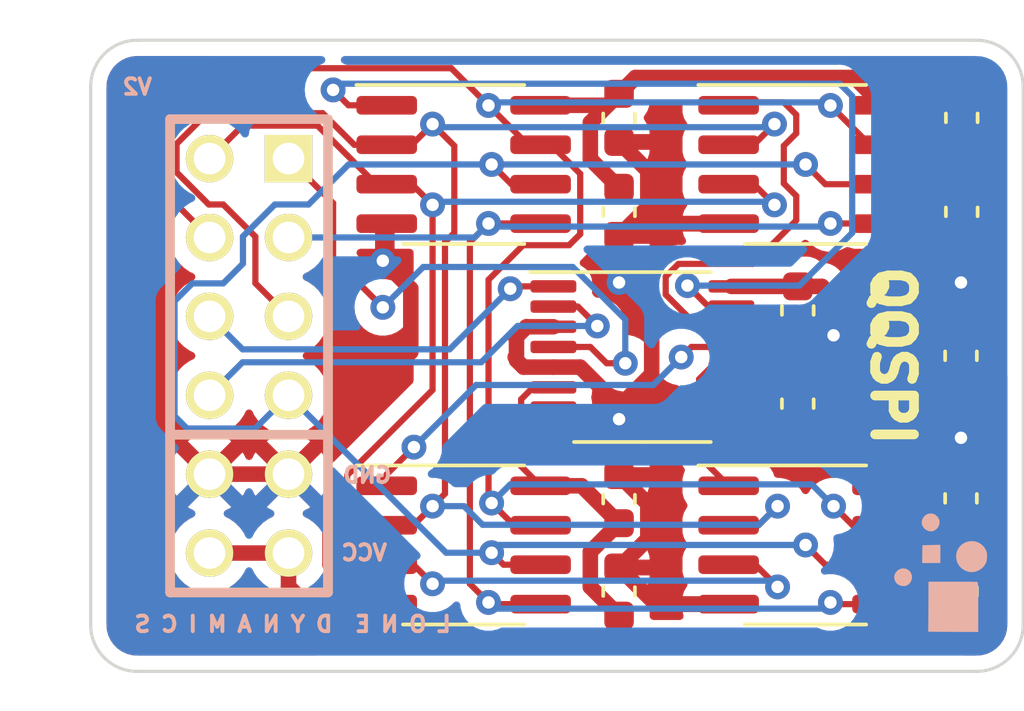
<source format=kicad_pcb>
(kicad_pcb (version 20211014) (generator pcbnew)
  (layers (0 "F.Cu" signal) (31 "B.Cu" signal) (34 "B.Paste" user) (35 "F.Paste" user) (36 "B.SilkS" user "B.Silkscreen") (37 "F.SilkS" user "F.Silkscreen") (38 "B.Mask" user) (39 "F.Mask" user) (44 "Edge.Cuts" user))
  (net 0 "")
  (net 1 "/PWR3V3")
  (net 2 "GND")
  (net 3 "/SPI_SS")
  (net 4 "/SPI_SIO2")
  (net 5 "/SPI_MOSI")
  (net 6 "/SPI_SIO3")
  (net 7 "/SPI_MISO")
  (net 8 "/SPI_PSRAM1")
  (net 9 "/SPI_SCLK")
  (net 10 "/SPI_PSRAM2")
  (net 11 "/CS0")
  (net 12 "/CS1")
  (net 13 "/SPI_PSRAM4")
  (net 14 "/SPI_PSRAM3")
  (footprint "Capacitor_SMD:C_0603_1608Metric" (layer "F.Cu") (at 128 110.16 90)
    (fp_text reference "C1" hide)
    (fp_text value "10uF" hide)
    (fp_line (start -0.14058 0.51) (end 0.14058 0.51) (layer "F.SilkS") (width 0.12))
    (fp_line (start -0.14058 -0.51) (end 0.14058 -0.51) (layer "F.SilkS") (width 0.12))
    (pad "1" smd roundrect (at -0.775 0 90) (size 0.9 0.95) (layers "F.Cu" "F.Paste" "F.Mask") (net 1 "/PWR3V3"))
    (pad "2" smd roundrect (at 0.775 0 90) (size 0.9 0.95) (layers "F.Cu" "F.Paste" "F.Mask") (net 2 "GND"))
  )
  (footprint "Capacitor_SMD:C_0603_1608Metric" (layer "F.Cu") (at 122.75 108.7 -90)
    (fp_text reference "C6" hide)
    (fp_text value "100nF" hide)
    (fp_line (start -0.14058 0.51) (end 0.14058 0.51) (layer "F.SilkS") (width 0.12))
    (fp_line (start -0.14058 -0.51) (end 0.14058 -0.51) (layer "F.SilkS") (width 0.12))
    (pad "1" smd roundrect (at -0.775 0 270) (size 0.9 0.95) (layers "F.Cu" "F.Paste" "F.Mask") (net 1 "/PWR3V3"))
    (pad "2" smd roundrect (at 0.775 0 270) (size 0.9 0.95) (layers "F.Cu" "F.Paste" "F.Mask") (net 2 "GND"))
  )
  (footprint "Package_SO:SOIC-8_3.9x4.9mm_P1.27mm" (layer "F.Cu") (at 123 104)
    (fp_text reference "U3" hide)
    (fp_text value "ESP-PSRAM32" hide)
    (fp_line (start 0 2.56) (end 1.95 2.56) (layer "F.SilkS") (width 0.12))
    (fp_line (start 0 -2.56) (end -3.45 -2.56) (layer "F.SilkS") (width 0.12))
    (fp_line (start 0 -2.56) (end 1.95 -2.56) (layer "F.SilkS") (width 0.12))
    (fp_line (start 0 2.56) (end -1.95 2.56) (layer "F.SilkS") (width 0.12))
    (pad "1" smd roundrect (at -2.475 -1.905) (size 1.95 0.6) (layers "F.Cu" "F.Paste" "F.Mask") (net 10 "/SPI_PSRAM2"))
    (pad "2" smd roundrect (at -2.475 -0.635) (size 1.95 0.6) (layers "F.Cu" "F.Paste" "F.Mask") (net 7 "/SPI_MISO"))
    (pad "3" smd roundrect (at -2.475 0.635) (size 1.95 0.6) (layers "F.Cu" "F.Paste" "F.Mask") (net 4 "/SPI_SIO2"))
    (pad "4" smd roundrect (at -2.475 1.905) (size 1.95 0.6) (layers "F.Cu" "F.Paste" "F.Mask") (net 2 "GND"))
    (pad "5" smd roundrect (at 2.475 1.905) (size 1.95 0.6) (layers "F.Cu" "F.Paste" "F.Mask") (net 5 "/SPI_MOSI"))
    (pad "6" smd roundrect (at 2.475 0.635) (size 1.95 0.6) (layers "F.Cu" "F.Paste" "F.Mask") (net 9 "/SPI_SCLK"))
    (pad "7" smd roundrect (at 2.475 -0.635) (size 1.95 0.6) (layers "F.Cu" "F.Paste" "F.Mask") (net 6 "/SPI_SIO3"))
    (pad "8" smd roundrect (at 2.475 -1.905) (size 1.95 0.6) (layers "F.Cu" "F.Paste" "F.Mask") (net 1 "/PWR3V3"))
  )
  (footprint "Capacitor_SMD:C_0603_1608Metric" (layer "F.Cu") (at 128 117.75 90)
    (fp_text reference "C11" hide)
    (fp_text value "1uF" hide)
    (fp_line (start -0.14058 0.51) (end 0.14058 0.51) (layer "F.SilkS") (width 0.12))
    (fp_line (start -0.14058 -0.51) (end 0.14058 -0.51) (layer "F.SilkS") (width 0.12))
    (pad "1" smd roundrect (at -0.775 0 90) (size 0.9 0.95) (layers "F.Cu" "F.Paste" "F.Mask") (net 1 "/PWR3V3"))
    (pad "2" smd roundrect (at 0.775 0 90) (size 0.9 0.95) (layers "F.Cu" "F.Paste" "F.Mask") (net 2 "GND"))
  )
  (footprint "pmod-conn_6x2:pmod_pin_array_6x2" (layer "F.Cu") (at 105.0955 110.16)
    (fp_text reference "PMOD1" hide)
    (fp_text value "PMOD-Device-x2-Type-1A-GPIO" hide)
    (fp_text user "GND" (at 3.8045 3.84) (layer "B.SilkS") (effects (font (size 0.5 0.5) (thickness 0.125)) (justify mirror)))
    (fp_text user "VCC" (at 3.7045 6.34) (layer "B.SilkS") (effects (font (size 0.5 0.5) (thickness 0.125)) (justify mirror)))
    (fp_line (start -2.54 7.62) (end 2.54 7.62) (layer "B.SilkS") (width 0.3048))
    (fp_line (start 2.54 2.54) (end -2.54 2.54) (layer "B.SilkS") (width 0.3048))
    (fp_line (start 2.54 7.62) (end 2.54 -7.62) (layer "B.SilkS") (width 0.3048))
    (fp_line (start -2.54 -7.62) (end -2.54 7.62) (layer "B.SilkS") (width 0.3048))
    (fp_line (start 2.54 -7.62) (end -2.54 -7.62) (layer "B.SilkS") (width 0.3048))
    (fp_line (start 2.54 2.54) (end -2.54 2.54) (layer "F.SilkS") (width 0.3048))
    (fp_line (start -2.54 -7.62) (end -2.54 7.62) (layer "F.SilkS") (width 0.3048))
    (fp_line (start -2.54 7.62) (end 2.54 7.62) (layer "F.SilkS") (width 0.3048))
    (fp_line (start 2.54 -7.62) (end -2.54 -7.62) (layer "F.SilkS") (width 0.3048))
    (fp_line (start 2.54 7.62) (end 2.54 -7.62) (layer "F.SilkS") (width 0.3048))
    (pad "1" thru_hole rect locked (at 1.27 -6.35) (size 1.524 1.524) (drill 1.016) (layers *.Cu *.Mask "F.SilkS") (net 3 "/SPI_SS"))
    (pad "2" thru_hole circle locked (at 1.27 -3.81 270) (size 1.524 1.524) (drill 1.016) (layers *.Cu *.Mask "F.SilkS") (net 5 "/SPI_MOSI"))
    (pad "3" thru_hole circle locked (at 1.27 -1.27 270) (size 1.524 1.524) (drill 1.016) (layers *.Cu *.Mask "F.SilkS") (net 7 "/SPI_MISO"))
    (pad "4" thru_hole circle locked (at 1.27 1.27 270) (size 1.524 1.524) (drill 1.016) (layers *.Cu *.Mask "F.SilkS") (net 9 "/SPI_SCLK"))
    (pad "5" thru_hole circle locked (at 1.27 3.81 270) (size 1.524 1.524) (drill 1.016) (layers *.Cu *.Mask "F.SilkS") (net 2 "GND"))
    (pad "6" thru_hole circle locked (at 1.27 6.35 270) (size 1.524 1.524) (drill 1.016) (layers *.Cu *.Mask "F.SilkS") (net 1 "/PWR3V3"))
    (pad "7" thru_hole circle locked (at -1.27 -6.35 270) (size 1.524 1.524) (drill 1.016) (layers *.Cu *.Mask "F.SilkS") (net 4 "/SPI_SIO2"))
    (pad "8" thru_hole circle locked (at -1.27 -3.81 270) (size 1.524 1.524) (drill 1.016) (layers *.Cu *.Mask "F.SilkS") (net 6 "/SPI_SIO3"))
    (pad "9" thru_hole circle locked (at -1.27 -1.27 270) (size 1.524 1.524) (drill 1.016) (layers *.Cu *.Mask "F.SilkS") (net 11 "/CS0"))
    (pad "10" thru_hole circle locked (at -1.27 1.27 270) (size 1.524 1.524) (drill 1.016) (layers *.Cu *.Mask "F.SilkS") (net 12 "/CS1"))
    (pad "11" thru_hole circle locked (at -1.27 3.81 270) (size 1.524 1.524) (drill 1.016) (layers *.Cu *.Mask "F.SilkS") (net 2 "GND"))
    (pad "12" thru_hole circle locked (at -1.27 6.35 270) (size 1.524 1.524) (drill 1.016) (layers *.Cu *.Mask "F.SilkS") (net 1 "/PWR3V3"))
  )
  (footprint "Capacitor_SMD:C_0603_1608Metric" (layer "F.Cu") (at 117 105.525 -90)
    (fp_text reference "C3" hide)
    (fp_text value "1uF" hide)
    (fp_line (start -0.14058 -0.51) (end 0.14058 -0.51) (layer "F.SilkS") (width 0.12))
    (fp_line (start -0.14058 0.51) (end 0.14058 0.51) (layer "F.SilkS") (width 0.12))
    (pad "1" smd roundrect (at -0.775 0 270) (size 0.9 0.95) (layers "F.Cu" "F.Paste" "F.Mask") (net 1 "/PWR3V3"))
    (pad "2" smd roundrect (at 0.775 0 270) (size 0.9 0.95) (layers "F.Cu" "F.Paste" "F.Mask") (net 2 "GND"))
  )
  (footprint "Capacitor_SMD:C_0603_1608Metric" (layer "F.Cu") (at 128.025 102.5 -90)
    (fp_text reference "C4" hide)
    (fp_text value "100nF" hide)
    (fp_line (start -0.14058 -0.51) (end 0.14058 -0.51) (layer "F.SilkS") (width 0.12))
    (fp_line (start -0.14058 0.51) (end 0.14058 0.51) (layer "F.SilkS") (width 0.12))
    (pad "1" smd roundrect (at -0.775 0 270) (size 0.9 0.95) (layers "F.Cu" "F.Paste" "F.Mask") (net 1 "/PWR3V3"))
    (pad "2" smd roundrect (at 0.775 0 270) (size 0.9 0.95) (layers "F.Cu" "F.Paste" "F.Mask") (net 2 "GND"))
  )
  (footprint "Capacitor_SMD:C_0603_1608Metric" (layer "F.Cu") (at 117 102.5 -90)
    (fp_text reference "C2" hide)
    (fp_text value "100nF" hide)
    (fp_line (start -0.14058 0.51) (end 0.14058 0.51) (layer "F.SilkS") (width 0.12))
    (fp_line (start -0.14058 -0.51) (end 0.14058 -0.51) (layer "F.SilkS") (width 0.12))
    (pad "1" smd roundrect (at -0.775 0 270) (size 0.9 0.95) (layers "F.Cu" "F.Paste" "F.Mask") (net 1 "/PWR3V3"))
    (pad "2" smd roundrect (at 0.775 0 270) (size 0.9 0.95) (layers "F.Cu" "F.Paste" "F.Mask") (net 2 "GND"))
  )
  (footprint "Package_SO:SOIC-8_3.9x4.9mm_P1.27mm" (layer "F.Cu") (at 123 116.25)
    (fp_text reference "U5" hide)
    (fp_text value "ESP-PSRAM32" hide)
    (fp_line (start 0 2.56) (end -1.95 2.56) (layer "F.SilkS") (width 0.12))
    (fp_line (start 0 -2.56) (end -3.45 -2.56) (layer "F.SilkS") (width 0.12))
    (fp_line (start 0 -2.56) (end 1.95 -2.56) (layer "F.SilkS") (width 0.12))
    (fp_line (start 0 2.56) (end 1.95 2.56) (layer "F.SilkS") (width 0.12))
    (pad "1" smd roundrect (at -2.475 -1.905) (size 1.95 0.6) (layers "F.Cu" "F.Paste" "F.Mask") (net 13 "/SPI_PSRAM4"))
    (pad "2" smd roundrect (at -2.475 -0.635) (size 1.95 0.6) (layers "F.Cu" "F.Paste" "F.Mask") (net 7 "/SPI_MISO"))
    (pad "3" smd roundrect (at -2.475 0.635) (size 1.95 0.6) (layers "F.Cu" "F.Paste" "F.Mask") (net 4 "/SPI_SIO2"))
    (pad "4" smd roundrect (at -2.475 1.905) (size 1.95 0.6) (layers "F.Cu" "F.Paste" "F.Mask") (net 2 "GND"))
    (pad "5" smd roundrect (at 2.475 1.905) (size 1.95 0.6) (layers "F.Cu" "F.Paste" "F.Mask") (net 5 "/SPI_MOSI"))
    (pad "6" smd roundrect (at 2.475 0.635) (size 1.95 0.6) (layers "F.Cu" "F.Paste" "F.Mask") (net 9 "/SPI_SCLK"))
    (pad "7" smd roundrect (at 2.475 -0.635) (size 1.95 0.6) (layers "F.Cu" "F.Paste" "F.Mask") (net 6 "/SPI_SIO3"))
    (pad "8" smd roundrect (at 2.475 -1.905) (size 1.95 0.6) (layers "F.Cu" "F.Paste" "F.Mask") (net 1 "/PWR3V3"))
  )
  (footprint "Capacitor_SMD:C_0603_1608Metric" (layer "F.Cu") (at 122.75 111.7 -90)
    (fp_text reference "C7" hide)
    (fp_text value "1uF" hide)
    (fp_line (start -0.14058 0.51) (end 0.14058 0.51) (layer "F.SilkS") (width 0.12))
    (fp_line (start -0.14058 -0.51) (end 0.14058 -0.51) (layer "F.SilkS") (width 0.12))
    (pad "1" smd roundrect (at -0.775 0 270) (size 0.9 0.95) (layers "F.Cu" "F.Paste" "F.Mask") (net 1 "/PWR3V3"))
    (pad "2" smd roundrect (at 0.775 0 270) (size 0.9 0.95) (layers "F.Cu" "F.Paste" "F.Mask") (net 2 "GND"))
  )
  (footprint "Capacitor_SMD:C_0603_1608Metric" (layer "F.Cu") (at 128.025 105.525 -90)
    (fp_text reference "C5" hide)
    (fp_text value "1uF" hide)
    (fp_line (start -0.14058 -0.51) (end 0.14058 -0.51) (layer "F.SilkS") (width 0.12))
    (fp_line (start -0.14058 0.51) (end 0.14058 0.51) (layer "F.SilkS") (width 0.12))
    (pad "1" smd roundrect (at -0.775 0 270) (size 0.9 0.95) (layers "F.Cu" "F.Paste" "F.Mask") (net 1 "/PWR3V3"))
    (pad "2" smd roundrect (at 0.775 0 270) (size 0.9 0.95) (layers "F.Cu" "F.Paste" "F.Mask") (net 2 "GND"))
  )
  (footprint "Package_SO:SOIC-8_3.9x4.9mm_P1.27mm" (layer "F.Cu") (at 112 104)
    (fp_text reference "U2" hide)
    (fp_text value "ESP-PSRAM32" hide)
    (fp_line (start 0 -2.56) (end 1.95 -2.56) (layer "F.SilkS") (width 0.12))
    (fp_line (start 0 2.56) (end 1.95 2.56) (layer "F.SilkS") (width 0.12))
    (fp_line (start 0 2.56) (end -1.95 2.56) (layer "F.SilkS") (width 0.12))
    (fp_line (start 0 -2.56) (end -3.45 -2.56) (layer "F.SilkS") (width 0.12))
    (pad "1" smd roundrect (at -2.475 -1.905) (size 1.95 0.6) (layers "F.Cu" "F.Paste" "F.Mask") (net 8 "/SPI_PSRAM1"))
    (pad "2" smd roundrect (at -2.475 -0.635) (size 1.95 0.6) (layers "F.Cu" "F.Paste" "F.Mask") (net 7 "/SPI_MISO"))
    (pad "3" smd roundrect (at -2.475 0.635) (size 1.95 0.6) (layers "F.Cu" "F.Paste" "F.Mask") (net 4 "/SPI_SIO2"))
    (pad "4" smd roundrect (at -2.475 1.905) (size 1.95 0.6) (layers "F.Cu" "F.Paste" "F.Mask") (net 2 "GND"))
    (pad "5" smd roundrect (at 2.475 1.905) (size 1.95 0.6) (layers "F.Cu" "F.Paste" "F.Mask") (net 5 "/SPI_MOSI"))
    (pad "6" smd roundrect (at 2.475 0.635) (size 1.95 0.6) (layers "F.Cu" "F.Paste" "F.Mask") (net 9 "/SPI_SCLK"))
    (pad "7" smd roundrect (at 2.475 -0.635) (size 1.95 0.6) (layers "F.Cu" "F.Paste" "F.Mask") (net 6 "/SPI_SIO3"))
    (pad "8" smd roundrect (at 2.475 -1.905) (size 1.95 0.6) (layers "F.Cu" "F.Paste" "F.Mask") (net 1 "/PWR3V3"))
  )
  (footprint "Capacitor_SMD:C_0603_1608Metric" (layer "F.Cu") (at 117 117.75 90)
    (fp_text reference "C9" hide)
    (fp_text value "1uF" hide)
    (fp_line (start -0.14058 -0.51) (end 0.14058 -0.51) (layer "F.SilkS") (width 0.12))
    (fp_line (start -0.14058 0.51) (end 0.14058 0.51) (layer "F.SilkS") (width 0.12))
    (pad "1" smd roundrect (at -0.775 0 90) (size 0.9 0.95) (layers "F.Cu" "F.Paste" "F.Mask") (net 1 "/PWR3V3"))
    (pad "2" smd roundrect (at 0.775 0 90) (size 0.9 0.95) (layers "F.Cu" "F.Paste" "F.Mask") (net 2 "GND"))
  )
  (footprint "Package_SO:SOIC-8_3.9x4.9mm_P1.27mm" (layer "F.Cu") (at 112 116.25)
    (fp_text reference "U4" hide)
    (fp_text value "ESP-PSRAM32" hide)
    (fp_line (start 0 2.56) (end 1.95 2.56) (layer "F.SilkS") (width 0.12))
    (fp_line (start 0 2.56) (end -1.95 2.56) (layer "F.SilkS") (width 0.12))
    (fp_line (start 0 -2.56) (end 1.95 -2.56) (layer "F.SilkS") (width 0.12))
    (fp_line (start 0 -2.56) (end -3.45 -2.56) (layer "F.SilkS") (width 0.12))
    (pad "1" smd roundrect (at -2.475 -1.905) (size 1.95 0.6) (layers "F.Cu" "F.Paste" "F.Mask") (net 14 "/SPI_PSRAM3"))
    (pad "2" smd roundrect (at -2.475 -0.635) (size 1.95 0.6) (layers "F.Cu" "F.Paste" "F.Mask") (net 7 "/SPI_MISO"))
    (pad "3" smd roundrect (at -2.475 0.635) (size 1.95 0.6) (layers "F.Cu" "F.Paste" "F.Mask") (net 4 "/SPI_SIO2"))
    (pad "4" smd roundrect (at -2.475 1.905) (size 1.95 0.6) (layers "F.Cu" "F.Paste" "F.Mask") (net 2 "GND"))
    (pad "5" smd roundrect (at 2.475 1.905) (size 1.95 0.6) (layers "F.Cu" "F.Paste" "F.Mask") (net 5 "/SPI_MOSI"))
    (pad "6" smd roundrect (at 2.475 0.635) (size 1.95 0.6) (layers "F.Cu" "F.Paste" "F.Mask") (net 9 "/SPI_SCLK"))
    (pad "7" smd roundrect (at 2.475 -0.635) (size 1.95 0.6) (layers "F.Cu" "F.Paste" "F.Mask") (net 6 "/SPI_SIO3"))
    (pad "8" smd roundrect (at 2.475 -1.905) (size 1.95 0.6) (layers "F.Cu" "F.Paste" "F.Mask") (net 1 "/PWR3V3"))
  )
  (footprint "Capacitor_SMD:C_0603_1608Metric" (layer "F.Cu") (at 117 114.775 90)
    (fp_text reference "C8" hide)
    (fp_text value "100nF" hide)
    (fp_line (start -0.14058 0.51) (end 0.14058 0.51) (layer "F.SilkS") (width 0.12))
    (fp_line (start -0.14058 -0.51) (end 0.14058 -0.51) (layer "F.SilkS") (width 0.12))
    (pad "1" smd roundrect (at -0.775 0 90) (size 0.9 0.95) (layers "F.Cu" "F.Paste" "F.Mask") (net 1 "/PWR3V3"))
    (pad "2" smd roundrect (at 0.775 0 90) (size 0.9 0.95) (layers "F.Cu" "F.Paste" "F.Mask") (net 2 "GND"))
  )
  (footprint "Package_SO:TSSOP-16_4.4x5mm_P0.65mm" (layer "F.Cu") (at 117.75 110.2)
    (fp_text reference "U1" hide)
    (fp_text value "74LS138" hide)
    (fp_line (start 0 2.735) (end -2.2 2.735) (layer "F.SilkS") (width 0.12))
    (fp_line (start 0 2.735) (end 2.2 2.735) (layer "F.SilkS") (width 0.12))
    (fp_line (start 0 -2.735) (end -3.6 -2.735) (layer "F.SilkS") (width 0.12))
    (fp_line (start 0 -2.735) (end 2.2 -2.735) (layer "F.SilkS") (width 0.12))
    (pad "1" smd roundrect (at -2.8625 -2.275) (size 1.475 0.4) (layers "F.Cu" "F.Paste" "F.Mask") (net 11 "/CS0"))
    (pad "2" smd roundrect (at -2.8625 -1.625) (size 1.475 0.4) (layers "F.Cu" "F.Paste" "F.Mask") (net 12 "/CS1"))
    (pad "3" smd roundrect (at -2.8625 -0.975) (size 1.475 0.4) (layers "F.Cu" "F.Paste" "F.Mask") (net 2 "GND"))
    (pad "4" smd roundrect (at -2.8625 -0.325) (size 1.475 0.4) (layers "F.Cu" "F.Paste" "F.Mask") (net 3 "/SPI_SS"))
    (pad "5" smd roundrect (at -2.8625 0.325) (size 1.475 0.4) (layers "F.Cu" "F.Paste" "F.Mask") (net 2 "GND"))
    (pad "6" smd roundrect (at -2.8625 0.975) (size 1.475 0.4) (layers "F.Cu" "F.Paste" "F.Mask") (net 1 "/PWR3V3"))
    (pad "7" smd roundrect (at -2.8625 1.625) (size 1.475 0.4) (layers "F.Cu" "F.Paste" "F.Mask"))
    (pad "8" smd roundrect (at -2.8625 2.275) (size 1.475 0.4) (layers "F.Cu" "F.Paste" "F.Mask") (net 2 "GND"))
    (pad "9" smd roundrect (at 2.8625 2.275) (size 1.475 0.4) (layers "F.Cu" "F.Paste" "F.Mask"))
    (pad "10" smd roundrect (at 2.8625 1.625) (size 1.475 0.4) (layers "F.Cu" "F.Paste" "F.Mask"))
    (pad "11" smd roundrect (at 2.8625 0.975) (size 1.475 0.4) (layers "F.Cu" "F.Paste" "F.Mask"))
    (pad "12" smd roundrect (at 2.8625 0.325) (size 1.475 0.4) (layers "F.Cu" "F.Paste" "F.Mask") (net 13 "/SPI_PSRAM4"))
    (pad "13" smd roundrect (at 2.8625 -0.325) (size 1.475 0.4) (layers "F.Cu" "F.Paste" "F.Mask") (net 14 "/SPI_PSRAM3"))
    (pad "14" smd roundrect (at 2.8625 -0.975) (size 1.475 0.4) (layers "F.Cu" "F.Paste" "F.Mask") (net 10 "/SPI_PSRAM2"))
    (pad "15" smd roundrect (at 2.8625 -1.625) (size 1.475 0.4) (layers "F.Cu" "F.Paste" "F.Mask") (net 8 "/SPI_PSRAM1"))
    (pad "16" smd roundrect (at 2.8625 -2.275) (size 1.475 0.4) (layers "F.Cu" "F.Paste" "F.Mask") (net 1 "/PWR3V3"))
  )
  (footprint "Capacitor_SMD:C_0603_1608Metric" (layer "F.Cu") (at 128 114.75 90)
    (fp_text reference "C10" hide)
    (fp_text value "100nF" hide)
    (fp_line (start -0.14058 -0.51) (end 0.14058 -0.51) (layer "F.SilkS") (width 0.12))
    (fp_line (start -0.14058 0.51) (end 0.14058 0.51) (layer "F.SilkS") (width 0.12))
    (pad "1" smd roundrect (at -0.775 0 90) (size 0.9 0.95) (layers "F.Cu" "F.Paste" "F.Mask") (net 1 "/PWR3V3"))
    (pad "2" smd roundrect (at 0.775 0 90) (size 0.9 0.95) (layers "F.Cu" "F.Paste" "F.Mask") (net 2 "GND"))
  )
  (footprint "LD-LOGO:ld-kicad" (layer "B.Cu") (at 127.5 117.2 180)
    (fp_text reference "G***" hide)
    (fp_text value "LOGO" hide)
    (fp_poly (pts (xy 0.543748 -0.999067) (xy 0.544179 -1.157732) (xy 0.544658 -1.30689) (xy 0.54517 -1.442933) (xy 0.545696 -1.562253) (xy 0.546221 -1.66124) (xy 0.546726 -1.736288) (xy 0.547195 -1.783786) (xy 0.547514 -1.799167) (xy 0.549398 -1.837267) (xy -1.049866 -1.846065) (xy -1.049866 -1.051844) (xy -1.049772 -0.865781) (xy -1.049427 -0.71076) (xy -1.048736 -0.583957) (xy -1.047606 -0.482549) (xy -1.045942 -0.40371) (xy -1.043651 -0.344617) (xy -1.040639 -0.302447) (xy -1.036811 -0.274374) (xy -1.032074 -0.257574) (xy -1.026334 -0.249225) (xy -1.023082 -0.247345) (xy -1.001069 -0.245229) (xy -0.948712 -0.24326) (xy -0.869533 -0.241483) (xy -0.767052 -0.239944) (xy -0.644792 -0.238689) (xy -0.506275 -0.237762) (xy -0.355023 -0.237209) (xy -0.227215 -0.237067) (xy 0.541867 -0.237067) (xy 0.543748 -0.999067)) (layer "B.SilkS") (width 0.01) (fill solid))
    (fp_poly (pts (xy 0.452967 0.944443) (xy 0.7366 0.9398) (xy 0.739722 0.656166) (xy 0.742844 0.372533) (xy 0.169333 0.372533) (xy 0.169333 0.949085) (xy 0.452967 0.944443)) (layer "B.SilkS") (width 0.01) (fill solid))
    (fp_poly (pts (xy 1.43236 0.182117) (xy 1.515646 0.143333) (xy 1.54271 0.122906) (xy 1.603638 0.052642) (xy 1.636405 -0.026891) (xy 1.642941 -0.109772) (xy 1.625176 -0.19008) (xy 1.585039 -0.261894) (xy 1.524461 -0.319293) (xy 1.445371 -0.356356) (xy 1.383079 -0.366857) (xy 1.323351 -0.36659) (xy 1.27114 -0.359819) (xy 1.253076 -0.354432) (xy 1.175307 -0.304328) (xy 1.117452 -0.231602) (xy 1.08481 -0.144178) (xy 1.079547 -0.094807) (xy 1.092764 -0.001189) (xy 1.131708 0.076965) (xy 1.190759 0.137014) (xy 1.264297 0.176316) (xy 1.346704 0.192231) (xy 1.43236 0.182117)) (layer "B.SilkS") (width 0.01) (fill solid))
    (fp_poly (pts (xy -0.724674 1.057509) (xy -0.618012 1.018817) (xy -0.521194 0.955442) (xy -0.438982 0.867342) (xy -0.388258 0.781854) (xy -0.357511 0.683189) (xy -0.348731 0.571356) (xy -0.361919 0.458962) (xy -0.388173 0.37738) (xy -0.451829 0.272137) (xy -0.538596 0.186663) (xy -0.642584 0.124123) (xy -0.7579 0.08768) (xy -0.878653 0.080499) (xy -0.929102 0.086882) (xy -1.045899 0.123662) (xy -1.150301 0.186051) (xy -1.236205 0.269015) (xy -1.297506 0.36752) (xy -1.311061 0.401889) (xy -1.331087 0.491425) (xy -1.336927 0.591407) (xy -1.328808 0.688334) (xy -1.30696 0.768707) (xy -1.304775 0.773689) (xy -1.239022 0.882206) (xy -1.15455 0.966293) (xy -1.056118 1.02591) (xy -0.948487 1.061013) (xy -0.836419 1.07156) (xy -0.724674 1.057509)) (layer "B.SilkS") (width 0.01) (fill solid))
    (fp_poly (pts (xy 0.600021 1.930651) (xy 0.672115 1.878799) (xy 0.724378 1.807735) (xy 0.753937 1.725465) (xy 0.757919 1.640001) (xy 0.733452 1.559351) (xy 0.733305 1.559071) (xy 0.679359 1.485812) (xy 0.60866 1.431607) (xy 0.528674 1.399354) (xy 0.446866 1.391951) (xy 0.370704 1.412296) (xy 0.364067 1.415759) (xy 0.297406 1.458665) (xy 0.251976 1.5068) (xy 0.216039 1.572475) (xy 0.191697 1.664412) (xy 0.200657 1.753687) (xy 0.242368 1.836656) (xy 0.259114 1.857437) (xy 0.336384 1.924039) (xy 0.42156 1.958174) (xy 0.512472 1.959377) (xy 0.600021 1.930651)) (layer "B.SilkS") (width 0.01) (fill solid))
  )
  (gr_arc (start 130 118.82) (mid 129.56066 119.88066) (end 128.5 120.32) (layer "Edge.Cuts") (width 0.1))
  (gr_arc (start 101.5 120.32) (mid 100.43934 119.88066) (end 100 118.82) (layer "Edge.Cuts") (width 0.1))
  (gr_line (start 128.5 120.32) (end 101.5 120.32) (layer "Edge.Cuts") (width 0.1))
  (gr_line (start 130 101.5) (end 130 118.82) (layer "Edge.Cuts") (width 0.1))
  (gr_arc (start 128.5 100) (mid 129.56066 100.43934) (end 130 101.5) (layer "Edge.Cuts") (width 0.1))
  (gr_line (start 100 118.82) (end 100 101.5) (layer "Edge.Cuts") (width 0.1))
  (gr_arc (start 100 101.5) (mid 100.43934 100.43934) (end 101.5 100) (layer "Edge.Cuts") (width 0.1))
  (gr_line (start 101.5 100) (end 128.5 100) (layer "Edge.Cuts") (width 0.1))
  (gr_text "V2" (at 101.5 101.5) (layer "B.SilkS") (effects (font (size 0.5 0.5) (thickness 0.125)) (justify mirror)))
  (gr_text "L O N E  D Y N A M I C S" (at 106.5 118.8) (layer "B.SilkS") (effects (font (size 0.5 0.5) (thickness 0.125)) (justify mirror)))
  (gr_text "QQSPI" (at 125.8 110.16 270) (layer "F.SilkS") (effects (font (size 1.25 1.25) (thickness 0.3125))))
  (segment (start 113.85048 113.72048) (end 114.475 114.345) (width 0.2) (layer "F.Cu") (net 1))
  (segment (start 128.025 104.75) (end 128.94952 103.82548) (width 0.5) (layer "F.Cu") (net 1))
  (segment (start 126.82 112.778609) (end 128 111.598609) (width 0.5) (layer "F.Cu") (net 1))
  (segment (start 126.82 114.345) (end 128 115.525) (width 0.5) (layer "F.Cu") (net 1))
  (segment (start 117 118.525) (end 116.07548 117.60048) (width 0.5) (layer "F.Cu") (net 1))
  (segment (start 125.475 113.65) (end 122.75 110.925) (width 0.5) (layer "F.Cu") (net 1))
  (segment (start 126.82 114.345) (end 126.82 112.778609) (width 0.5) (layer "F.Cu") (net 1))
  (segment (start 108.20239 119.42452) (end 117.57548 119.42452) (width 0.5) (layer "F.Cu") (net 1))
  (segment (start 114.234994 111.175) (end 113.85048 111.559514) (width 0.2) (layer "F.Cu") (net 1))
  (segment (start 117.57548 119.42452) (end 127.10048 119.42452) (width 0.5) (layer "F.Cu") (net 1))
  (segment (start 123.526391 107.925) (end 122.75 107.925) (width 0.5) (layer "F.Cu") (net 1))
  (segment (start 114.8875 111.175) (end 114.234994 111.175) (width 0.2) (layer "F.Cu") (net 1))
  (segment (start 128.025 104.75) (end 128.94952 105.67452) (width 0.5) (layer "F.Cu") (net 1))
  (segment (start 116.63 102.095) (end 117 101.725) (width 0.5) (layer "F.Cu") (net 1))
  (segment (start 128 118.525) (end 128 118.403915) (width 0.5) (layer "F.Cu") (net 1))
  (segment (start 125.475 114.345) (end 125.475 113.65) (width 0.5) (layer "F.Cu") (net 1))
  (segment (start 128.94952 105.67452) (end 128.94952 109.98548) (width 0.5) (layer "F.Cu") (net 1))
  (segment (start 125.475 114.345) (end 126.82 114.345) (width 0.5) (layer "F.Cu") (net 1))
  (segment (start 124.58 101.2) (end 117.525 101.2) (width 0.5) (layer "F.Cu") (net 1))
  (segment (start 128 111.598609) (end 128 110.935) (width 0.5) (layer "F.Cu") (net 1))
  (segment (start 116.07548 117.60048) (end 116.07548 116.470605) (width 0.5) (layer "F.Cu") (net 1))
  (segment (start 106.3655 117.58763) (end 108.20239 119.42452) (width 0.5) (layer "F.Cu") (net 1))
  (segment (start 117 118.84904) (end 117.57548 119.42452) (width 0.5) (layer "F.Cu") (net 1))
  (segment (start 123.676391 110.925) (end 124.749511 109.85188) (width 0.5) (layer "F.Cu") (net 1))
  (segment (start 117 104.75) (end 116.07548 103.82548) (width 0.5) (layer "F.Cu") (net 1))
  (segment (start 127.10048 119.42452) (end 128 118.525) (width 0.5) (layer "F.Cu") (net 1))
  (segment (start 128.025 101.725) (end 125.845 101.725) (width 0.5) (layer "F.Cu") (net 1))
  (segment (start 120.6125 107.925) (end 122.75 107.925) (width 0.5) (layer "F.Cu") (net 1))
  (segment (start 116.07548 116.470605) (end 116.996085 115.55) (width 0.5) (layer "F.Cu") (net 1))
  (segment (start 128.94952 103.82548) (end 128.94952 102.64952) (width 0.5) (layer "F.Cu") (net 1))
  (segment (start 116.07548 102.64952) (end 117 101.725) (width 0.5) (layer "F.Cu") (net 1))
  (segment (start 128 118.403915) (end 127.07548 117.479395) (width 0.5) (layer "F.Cu") (net 1))
  (segment (start 115.795 114.345) (end 117 115.55) (width 0.5) (layer "F.Cu") (net 1))
  (segment (start 127.07548 116.44952) (end 128 115.525) (width 0.5) (layer "F.Cu") (net 1))
  (segment (start 127.07548 117.479395) (end 127.07548 116.44952) (width 0.5) (layer "F.Cu") (net 1))
  (segment (start 117.525 101.2) (end 117 101.725) (width 0.5) (layer "F.Cu") (net 1))
  (segment (start 124.749511 109.85188) (end 124.749511 109.14812) (width 0.5) (layer "F.Cu") (net 1))
  (segment (start 125.845 101.725) (end 125.475 102.095) (width 0.5) (layer "F.Cu") (net 1))
  (segment (start 128.94952 109.98548) (end 128 110.935) (width 0.5) (layer "F.Cu") (net 1))
  (segment (start 124.749511 109.14812) (end 123.526391 107.925) (width 0.5) (layer "F.Cu") (net 1))
  (segment (start 116.07548 103.82548) (end 116.07548 102.64952) (width 0.5) (layer "F.Cu") (net 1))
  (segment (start 106.3655 116.51) (end 106.3655 117.58763) (width 0.5) (layer "F.Cu") (net 1))
  (segment (start 103.8255 116.51) (end 106.3655 116.51) (width 0.5) (layer "F.Cu") (net 1))
  (segment (start 114.475 102.095) (end 116.63 102.095) (width 0.5) (layer "F.Cu") (net 1))
  (segment (start 114.475 114.345) (end 115.795 114.345) (width 0.5) (layer "F.Cu") (net 1))
  (segment (start 128.94952 102.64952) (end 128.025 101.725) (width 0.5) (layer "F.Cu") (net 1))
  (segment (start 125.475 102.095) (end 124.58 101.2) (width 0.5) (layer "F.Cu") (net 1))
  (segment (start 117 118.525) (end 117 118.84904) (width 0.5) (layer "F.Cu") (net 1))
  (segment (start 122.75 110.925) (end 123.676391 110.925) (width 0.5) (layer "F.Cu") (net 1))
  (segment (start 113.85048 111.559514) (end 113.85048 113.72048) (width 0.2) (layer "F.Cu") (net 1))
  (segment (start 118.049511 110.75188) (end 118.049511 108.849511) (width 0.5) (layer "F.Cu") (net 2))
  (segment (start 108.972151 118.155) (end 109.525 118.155) (width 0.5) (layer "F.Cu") (net 2))
  (segment (start 110.3 108) (end 110.3 110.0355) (width 0.5) (layer "F.Cu") (net 2))
  (segment (start 117.92452 116.054395) (end 117.92452 114.92452) (width 0.5) (layer "F.Cu") (net 2))
  (segment (start 117.92452 114.92452) (end 117 114) (width 0.5) (layer "F.Cu") (net 2))
  (segment (start 106.3655 113.97) (end 103.8255 113.97) (width 0.5) (layer "F.Cu") (net 2))
  (segment (start 117 107.8) (end 117 106.3) (width 0.5) (layer "F.Cu") (net 2))
  (segment (start 128 107.8) (end 128 106.325) (width 0.5) (layer "F.Cu") (net 2))
  (segment (start 128 106.325) (end 128.025 106.3) (width 0.5) (layer "F.Cu") (net 2))
  (segment (start 118.18 118.155) (end 117 116.975) (width 0.5) (layer "F.Cu") (net 2))
  (segment (start 123.875 109.475) (end 123.9 109.5) (width 0.5) (layer "F.Cu") (net 2))
  (segment (start 117.92452 104.19952) (end 117.92452 105.37548) (width 0.5) (layer "F.Cu") (net 2))
  (segment (start 115.752138 110.525) (end 117 111.772862) (width 0.5) (layer "F.Cu") (net 2))
  (segment (start 121.82548 110.39952) (end 121.82548 111.55048) (width 0.5) (layer "F.Cu") (net 2))
  (segment (start 109.4 106.03) (end 109.525 105.905) (width 0.5) (layer "F.Cu") (net 2))
  (segment (start 120.525 105.905) (end 117.395 105.905) (width 0.5) (layer "F.Cu") (net 2))
  (segment (start 128.92452 114.89952) (end 128.92452 116.05048) (width 0.5) (layer "F.Cu") (net 2))
  (segment (start 128.025 103.275) (end 128.025 103.321085) (width 0.5) (layer "F.Cu") (net 2))
  (segment (start 127.10048 105.37548) (end 128.025 106.3) (width 0.5) (layer "F.Cu") (net 2))
  (segment (start 114.022862 109.225) (end 113.7 109.547862) (width 0.5) (layer "F.Cu") (net 2))
  (segment (start 117 114) (end 117 112.9) (width 0.5) (layer "F.Cu") (net 2))
  (segment (start 121.82548 111.55048) (end 122.75 112.475) (width 0.5) (layer "F.Cu") (net 2))
  (segment (start 117 111.772862) (end 117 112.9) (width 0.5) (layer "F.Cu") (net 2))
  (segment (start 127.10048 104.245605) (end 127.10048 105.37548) (width 0.5) (layer "F.Cu") (net 2))
  (segment (start 122.75 109.475) (end 123.875 109.475) (width 0.5) (layer "F.Cu") (net 2))
  (segment (start 107.70096 115.30546) (end 107.70096 116.883809) (width 0.5) (layer "F.Cu") (net 2))
  (segment (start 116.575 112.475) (end 117 112.9) (width 0.5) (layer "F.Cu") (net 2))
  (segment (start 114.8875 112.475) (end 116.575 112.475) (width 0.5) (layer "F.Cu") (net 2))
  (segment (start 118.049511 108.849511) (end 117 107.8) (width 0.5) (layer "F.Cu") (net 2))
  (segment (start 117.003915 116.975) (end 117.92452 116.054395) (width 0.5) (layer "F.Cu") (net 2))
  (segment (start 113.925 110.525) (end 114.8875 110.525) (width 0.5) (layer "F.Cu") (net 2))
  (segment (start 106.3655 113.97) (end 107.70096 115.30546) (width 0.5) (layer "F.Cu") (net 2))
  (segment (start 110.3 110.0355) (end 106.3655 113.97) (width 0.5) (layer "F.Cu") (net 2))
  (segment (start 120.525 118.155) (end 118.18 118.155) (width 0.5) (layer "F.Cu") (net 2))
  (segment (start 117 103.275) (end 117.92452 104.19952) (width 0.5) (layer "F.Cu") (net 2))
  (segment (start 128 113.975) (end 128.92452 114.89952) (width 0.5) (layer "F.Cu") (net 2))
  (segment (start 107.70096 116.883809) (end 108.972151 118.155) (width 0.5) (layer "F.Cu") (net 2))
  (segment (start 128.92452 116.05048) (end 128 116.975) (width 0.5) (layer "F.Cu") (net 2))
  (segment (start 117 112.9) (end 117 111.801391) (width 0.5) (layer "F.Cu") (net 2))
  (segment (start 128 109.385) (end 128 107.8) (width 0.5) (layer "F.Cu") (net 2))
  (segment (start 117.92452 105.37548) (end 117.395 105.905) (width 0.5) (layer "F.Cu") (net 2))
  (segment (start 117.395 105.905) (end 117 106.3) (width 0.5) (layer "F.Cu") (net 2))
  (segment (start 128.025 103.321085) (end 127.10048 104.245605) (width 0.5) (layer "F.Cu") (net 2))
  (segment (start 113.7 110.3) (end 113.925 110.525) (width 0.5) (layer "F.Cu") (net 2))
  (segment (start 109.4 107.1) (end 109.4 106.03) (width 0.5) (layer "F.Cu") (net 2))
  (segment (start 113.7 109.547862) (end 113.7 110.3) (width 0.5) (layer "F.Cu") (net 2))
  (segment (start 117 111.801391) (end 118.049511 110.75188) (width 0.5) (layer "F.Cu") (net 2))
  (segment (start 114.8875 110.525) (end 115.752138 110.525) (width 0.5) (layer "F.Cu") (net 2))
  (segment (start 114.8875 109.225) (end 114.022862 109.225) (width 0.5) (layer "F.Cu") (net 2))
  (segment (start 128 113.975) (end 128 112.8) (width 0.5) (layer "F.Cu") (net 2))
  (segment (start 122.75 109.475) (end 121.82548 110.39952) (width 0.5) (layer "F.Cu") (net 2))
  (segment (start 109.4 107.1) (end 110.3 108) (width 0.5) (layer "F.Cu") (net 2))
  (via (at 128 112.8) (size 0.8) (drill 0.4) (layers "F.Cu" "B.Cu") (net 2))
  (via (at 117 107.8) (size 0.8) (drill 0.4) (layers "F.Cu" "B.Cu") (net 2))
  (via (at 109.4 107.1) (size 0.8) (drill 0.4) (layers "F.Cu" "B.Cu") (net 2))
  (via (at 117 112.2) (size 0.8) (drill 0.4) (layers "F.Cu" "B.Cu") (net 2))
  (via (at 128 107.8) (size 0.8) (drill 0.4) (layers "F.Cu" "B.Cu") (net 2))
  (via (at 123.9 109.5) (size 0.8) (drill 0.4) (layers "F.Cu" "B.Cu") (net 2))
  (segment (start 107.8 105.2445) (end 107.8 107) (width 0.2) (layer "F.Cu") (net 3))
  (segment (start 116.075 109.875) (end 116.6 110.4) (width 0.2) (layer "F.Cu") (net 3))
  (segment (start 106.3655 103.81) (end 107.8 105.2445) (width 0.2) (layer "F.Cu") (net 3))
  (segment (start 114.8875 109.875) (end 116.075 109.875) (width 0.2) (layer "F.Cu") (net 3))
  (segment (start 107.8 107) (end 109.4 108.6) (width 0.2) (layer "F.Cu") (net 3))
  (segment (start 116.6 110.4) (end 117.2 110.4) (width 0.2) (layer "F.Cu") (net 3))
  (via (at 109.4 108.6) (size 0.8) (drill 0.4) (layers "F.Cu" "B.Cu") (net 3))
  (via (at 117.2 110.4) (size 0.8) (drill 0.4) (layers "F.Cu" "B.Cu") (net 3))
  (segment (start 110.699511 107.300489) (end 115.51123 107.300489) (width 0.2) (layer "B.Cu") (net 3))
  (segment (start 109.4 108.6) (end 110.699511 107.300489) (width 0.2) (layer "B.Cu") (net 3))
  (segment (start 117.2 108.989259) (end 117.2 110.4) (width 0.2) (layer "B.Cu") (net 3))
  (segment (start 115.51123 107.300489) (end 117.2 108.989259) (width 0.2) (layer "B.Cu") (net 3))
  (segment (start 107.297772 102.748489) (end 109.184283 104.635) (width 0.2) (layer "F.Cu") (net 4))
  (segment (start 108.25048 114.008803) (end 108.25048 116.55048) (width 0.2) (layer "F.Cu") (net 4))
  (segment (start 108.25048 116.55048) (end 108.585 116.885) (width 0.2) (layer "F.Cu") (net 4))
  (segment (start 111 105.3) (end 111 111.259283) (width 0.2) (layer "F.Cu") (net 4))
  (segment (start 109.184283 104.635) (end 109.525 104.635) (width 0.2) (layer "F.Cu") (net 4))
  (segment (start 111 111.259283) (end 108.25048 114.008803) (width 0.2) (layer "F.Cu") (net 4))
  (segment (start 121.335 104.635) (end 122 105.3) (width 0.2) (layer "F.Cu") (net 4))
  (segment (start 108.585 116.885) (end 109.525 116.885) (width 0.2) (layer "F.Cu") (net 4))
  (segment (start 110.335 104.635) (end 111 105.3) (width 0.2) (layer "F.Cu") (net 4))
  (segment (start 120.525 116.885) (end 121.385 116.885) (width 0.2) (layer "F.Cu") (net 4))
  (segment (start 110.385 116.885) (end 111 117.5) (width 0.2) (layer "F.Cu") (net 4))
  (segment (start 121.385 116.885) (end 122.1 117.6) (width 0.2) (layer "F.Cu") (net 4))
  (segment (start 109.525 116.885) (end 110.385 116.885) (width 0.2) (layer "F.Cu") (net 4))
  (segment (start 120.525 104.635) (end 121.335 104.635) (width 0.2) (layer "F.Cu") (net 4))
  (segment (start 104.887011 102.748489) (end 107.297772 102.748489) (width 0.2) (layer "F.Cu") (net 4))
  (segment (start 103.8255 103.81) (end 104.887011 102.748489) (width 0.2) (layer "F.Cu") (net 4))
  (segment (start 109.525 104.635) (end 110.335 104.635) (width 0.2) (layer "F.Cu") (net 4))
  (via (at 122.1 117.6) (size 0.8) (drill 0.4) (layers "F.Cu" "B.Cu") (net 4))
  (via (at 111 117.5) (size 0.8) (drill 0.4) (layers "F.Cu" "B.Cu") (net 4))
  (via (at 122 105.3) (size 0.8) (drill 0.4) (layers "F.Cu" "B.Cu") (net 4))
  (via (at 111 105.3) (size 0.8) (drill 0.4) (layers "F.Cu" "B.Cu") (net 4))
  (segment (start 121.900489 117.400489) (end 122.1 117.6) (width 0.2) (layer "B.Cu") (net 4))
  (segment (start 111 105.3) (end 111.099511 105.200489) (width 0.2) (layer "B.Cu") (net 4))
  (segment (start 121.9 117.4) (end 122.1 117.6) (width 0.2) (layer "B.Cu") (net 4))
  (segment (start 111.099511 105.200489) (end 121.900489 105.200489) (width 0.2) (layer "B.Cu") (net 4))
  (segment (start 121.900489 105.200489) (end 122 105.3) (width 0.2) (layer "B.Cu") (net 4))
  (segment (start 111.099511 117.400489) (end 121.900489 117.400489) (width 0.2) (layer "B.Cu") (net 4))
  (segment (start 111 117.5) (end 111.099511 117.400489) (width 0.2) (layer "B.Cu") (net 4))
  (segment (start 114.475 118.155) (end 112.855 118.155) (width 0.2) (layer "F.Cu") (net 5))
  (segment (start 125.47 105.9) (end 125.475 105.905) (width 0.2) (layer "F.Cu") (net 5))
  (segment (start 112.8 105.9) (end 112.200489 106.499511) (width 0.2) (layer "F.Cu") (net 5))
  (segment (start 123.8 105.9) (end 125.47 105.9) (width 0.2) (layer "F.Cu") (net 5))
  (segment (start 114.47 105.9) (end 114.475 105.905) (width 0.2) (layer "F.Cu") (net 5))
  (segment (start 112.855 118.155) (end 112.8 118.1) (width 0.2) (layer "F.Cu") (net 5))
  (segment (start 125.475 118.155) (end 123.855 118.155) (width 0.2) (layer "F.Cu") (net 5))
  (segment (start 123.855 118.155) (end 123.8 118.1) (width 0.2) (layer "F.Cu") (net 5))
  (segment (start 112.200489 117.500489) (end 112.8 118.1) (width 0.2) (layer "F.Cu") (net 5))
  (segment (start 112.8 105.9) (end 114.47 105.9) (width 0.2) (layer "F.Cu") (net 5))
  (segment (start 112.200489 106.499511) (end 112.200489 117.500489) (width 0.2) (layer "F.Cu") (net 5))
  (via (at 112.8 118.1) (size 0.8) (drill 0.4) (layers "F.Cu" "B.Cu") (net 5))
  (via (at 123.8 118.1) (size 0.8) (drill 0.4) (layers "F.Cu" "B.Cu") (net 5))
  (via (at 112.8 105.9) (size 0.8) (drill 0.4) (layers "F.Cu" "B.Cu") (net 5))
  (via (at 123.8 105.9) (size 0.8) (drill 0.4) (layers "F.Cu" "B.Cu") (net 5))
  (segment (start 112.8 105.9) (end 112.899511 105.999511) (width 0.2) (layer "B.Cu") (net 5))
  (segment (start 123.700489 105.999511) (end 123.8 105.9) (width 0.2) (layer "B.Cu") (net 5))
  (segment (start 123.600489 118.299511) (end 123.8 118.1) (width 0.2) (layer "B.Cu") (net 5))
  (segment (start 106.3655 106.35) (end 112.35 106.35) (width 0.2) (layer "B.Cu") (net 5))
  (segment (start 112.899511 105.999511) (end 123.700489 105.999511) (width 0.2) (layer "B.Cu") (net 5))
  (segment (start 112.8 118.1) (end 112.999511 118.299511) (width 0.2) (layer "B.Cu") (net 5))
  (segment (start 112.999511 118.299511) (end 123.600489 118.299511) (width 0.2) (layer "B.Cu") (net 5))
  (segment (start 112.35 106.35) (end 112.8 105.9) (width 0.2) (layer "B.Cu") (net 5))
  (segment (start 115.390717 106.6) (end 113.910741 106.6) (width 0.2) (layer "F.Cu") (net 6))
  (segment (start 114.815717 103.365) (end 115.74952 104.298803) (width 0.2) (layer "F.Cu") (net 6))
  (segment (start 104.599511 100.900489) (end 111.600489 100.900489) (width 0.2) (layer "F.Cu") (net 6))
  (segment (start 102.364469 104.888969) (end 102.364469 103.135531) (width 0.2) (layer "F.Cu") (net 6))
  (segment (start 125.475 115.615) (end 124.515 115.615) (width 0.2) (layer "F.Cu") (net 6))
  (segment (start 112.800489 107.710252) (end 112.800489 114.800489) (width 0.2) (layer "F.Cu") (net 6))
  (segment (start 114.065 103.365) (end 114.475 103.365) (width 0.2) (layer "F.Cu") (net 6))
  (segment (start 102.364469 103.135531) (end 104.599511 100.900489) (width 0.2) (layer "F.Cu") (net 6))
  (segment (start 113.615 115.615) (end 112.9 114.9) (width 0.2) (layer "F.Cu") (net 6))
  (segment (start 112.800489 114.800489) (end 112.9 114.9) (width 0.2) (layer "F.Cu") (net 6))
  (segment (start 103.8255 106.35) (end 102.364469 104.888969) (width 0.2) (layer "F.Cu") (net 6))
  (segment (start 114.475 103.365) (end 114.815717 103.365) (width 0.2) (layer "F.Cu") (net 6))
  (segment (start 114.475 115.615) (end 113.615 115.615) (width 0.2) (layer "F.Cu") (net 6))
  (segment (start 124.515 115.615) (end 123.9 115) (width 0.2) (layer "F.Cu") (net 6))
  (segment (start 115.74952 106.241197) (end 115.390717 106.6) (width 0.2) (layer "F.Cu") (net 6))
  (segment (start 115.74952 104.298803) (end 115.74952 106.241197) (width 0.2) (layer "F.Cu") (net 6))
  (segment (start 123.8 102.1) (end 125.065 103.365) (width 0.2) (layer "F.Cu") (net 6))
  (segment (start 111.600489 100.900489) (end 112.8 102.1) (width 0.2) (layer "F.Cu") (net 6))
  (segment (start 113.910741 106.6) (end 112.800489 107.710252) (width 0.2) (layer "F.Cu") (net 6))
  (segment (start 112.8 102.1) (end 114.065 103.365) (width 0.2) (layer "F.Cu") (net 6))
  (segment (start 125.065 103.365) (end 125.475 103.365) (width 0.2) (layer "F.Cu") (net 6))
  (via (at 112.9 114.9) (size 0.8) (drill 0.4) (layers "F.Cu" "B.Cu") (net 6))
  (via (at 123.9 115) (size 0.8) (drill 0.4) (layers "F.Cu" "B.Cu") (net 6))
  (via (at 123.8 102.1) (size 0.8) (drill 0.4) (layers "F.Cu" "B.Cu") (net 6))
  (via (at 112.8 102.1) (size 0.8) (drill 0.4) (layers "F.Cu" "B.Cu") (net 6))
  (segment (start 123.9 115) (end 123.2 114.3) (width 0.2) (layer "B.Cu") (net 6))
  (segment (start 123.2 114.3) (end 113.5 114.3) (width 0.2) (layer "B.Cu") (net 6))
  (segment (start 112.8 102.1) (end 112.899511 102.000489) (width 0.2) (layer "B.Cu") (net 6))
  (segment (start 112.899511 102.000489) (end 123.700489 102.000489) (width 0.2) (layer "B.Cu") (net 6))
  (segment (start 113.5 114.3) (end 112.9 114.9) (width 0.2) (layer "B.Cu") (net 6))
  (segment (start 111.399519 114.600481) (end 111 115) (width 0.2) (layer "F.Cu") (net 7))
  (segment (start 102.763989 103.336011) (end 102.763989 104.252478) (width 0.2) (layer "F.Cu") (net 7))
  (segment (start 110.335 103.365) (end 111 102.7) (width 0.2) (layer "F.Cu") (net 7))
  (segment (start 109.525 115.615) (end 110.385 115.615) (width 0.2) (layer "F.Cu") (net 7))
  (segment (start 110.385 115.615) (end 111 115) (width 0.2) (layer "F.Cu") (net 7))
  (segment (start 121.335 103.365) (end 122 102.7) (width 0.2) (layer "F.Cu") (net 7))
  (segment (start 103.8 105.288489) (end 104.265193 105.288489) (width 0.2) (layer "F.Cu") (net 7))
  (segment (start 105.3 107.8245) (end 106.3655 108.89) (width 0.2) (layer "F.Cu") (net 7))
  (segment (start 110.265 103.365) (end 109.525 103.365) (width 0.2) (layer "F.Cu") (net 7))
  (segment (start 120.525 103.365) (end 121.335 103.365) (width 0.2) (layer "F.Cu") (net 7))
  (segment (start 111.699511 103.399511) (end 111.699511 106.200009) (width 0.2) (layer "F.Cu") (net 7))
  (segment (start 109.525 103.365) (end 110.335 103.365) (width 0.2) (layer "F.Cu") (net 7))
  (segment (start 111.39952 106.5) (end 111.399519 114.600481) (width 0.2) (layer "F.Cu") (net 7))
  (segment (start 102.763989 104.252478) (end 103.8 105.288489) (width 0.2) (layer "F.Cu") (net 7))
  (segment (start 111 102.7) (end 111.699511 103.399511) (width 0.2) (layer "F.Cu") (net 7))
  (segment (start 111.699511 106.200009) (end 111.39952 106.5) (width 0.2) (layer "F.Cu") (net 7))
  (segment (start 109.525 103.365) (end 108.479289 103.365) (width 0.2) (layer "F.Cu") (net 7))
  (segment (start 105.3 106.323296) (end 105.3 107.8245) (width 0.2) (layer "F.Cu") (net 7))
  (segment (start 104.265193 105.288489) (end 105.3 106.323296) (width 0.2) (layer "F.Cu") (net 7))
  (segment (start 108.479289 103.365) (end 107.463258 102.348969) (width 0.2) (layer "F.Cu") (net 7))
  (segment (start 107.463258 102.348969) (end 103.751031 102.348969) (width 0.2) (layer "F.Cu") (net 7))
  (segment (start 103.751031 102.348969) (end 102.763989 103.336011) (width 0.2) (layer "F.Cu") (net 7))
  (segment (start 120.525 115.615) (end 121.485 115.615) (width 0.2) (layer "F.Cu") (net 7))
  (segment (start 121.485 115.615) (end 122.1 115) (width 0.2) (layer "F.Cu") (net 7))
  (via (at 122 102.7) (size 0.8) (drill 0.4) (layers "F.Cu" "B.Cu") (net 7))
  (via (at 122.1 115) (size 0.8) (drill 0.4) (layers "F.Cu" "B.Cu") (net 7))
  (via (at 111 102.7) (size 0.8) (drill 0.4) (layers "F.Cu" "B.Cu") (net 7))
  (via (at 111 115) (size 0.8) (drill 0.4) (layers "F.Cu" "B.Cu") (net 7))
  (segment (start 112.610741 115.6) (end 121.5 115.6) (width 0.2) (layer "B.Cu") (net 7))
  (segment (start 112.010741 115) (end 112.610741 115.6) (width 0.2) (layer "B.Cu") (net 7))
  (segment (start 111 102.7) (end 111.099511 102.799511) (width 0.2) (layer "B.Cu") (net 7))
  (segment (start 121.5 115.6) (end 122.1 115) (width 0.2) (layer "B.Cu") (net 7))
  (segment (start 121.900489 102.799511) (end 122 102.7) (width 0.2) (layer "B.Cu") (net 7))
  (segment (start 111.099511 102.799511) (end 121.900489 102.799511) (width 0.2) (layer "B.Cu") (net 7))
  (segment (start 111 115) (end 112.010741 115) (width 0.2) (layer "B.Cu") (net 7))
  (segment (start 108.295 102.095) (end 107.8 101.6) (width 0.2) (layer "F.Cu") (net 8))
  (segment (start 109.525 102.095) (end 108.295 102.095) (width 0.2) (layer "F.Cu") (net 8))
  (segment (start 119.875 108.575) (end 119.2 107.9) (width 0.2) (layer "F.Cu") (net 8))
  (via (at 107.8 101.6) (size 0.8) (drill 0.4) (layers "F.Cu" "B.Cu") (net 8))
  (via (at 119.2 107.9) (size 0.8) (drill 0.4) (layers "F.Cu" "B.Cu") (net 8))
  (segment (start 124.5 101.8) (end 124.5 106.2) (width 0.2) (layer "B.Cu") (net 8))
  (segment (start 107.8 101.6) (end 107.999511 101.400489) (width 0.2) (layer "B.Cu") (net 8))
  (segment (start 107.999511 101.400489) (end 124.100489 101.400489) (width 0.2) (layer "B.Cu") (net 8))
  (segment (start 124.5 106.2) (end 122.8 107.9) (width 0.2) (layer "B.Cu") (net 8))
  (segment (start 122.8 107.9) (end 119.2 107.9) (width 0.2) (layer "B.Cu") (net 8))
  (segment (start 124.100489 101.400489) (end 124.5 101.8) (width 0.2) (layer "B.Cu") (net 8))
  (segment (start 114.475 116.885) (end 113.285 116.885) (width 0.2) (layer "F.Cu") (net 9))
  (segment (start 113.285 116.885) (end 112.9 116.5) (width 0.2) (layer "F.Cu") (net 9))
  (segment (start 123.635 104.635) (end 123 104) (width 0.2) (layer "F.Cu") (net 9))
  (segment (start 125.475 104.635) (end 123.635 104.635) (width 0.2) (layer "F.Cu") (net 9))
  (segment (start 114.475 104.635) (end 113.535 104.635) (width 0.2) (layer "F.Cu") (net 9))
  (segment (start 123.635 116.885) (end 123 116.25) (width 0.2) (layer "F.Cu") (net 9))
  (segment (start 113.535 104.635) (end 112.9 104) (width 0.2) (layer "F.Cu") (net 9))
  (segment (start 125.475 116.885) (end 123.635 116.885) (width 0.2) (layer "F.Cu") (net 9))
  (via (at 123 116.25) (size 0.8) (drill 0.4) (layers "F.Cu" "B.Cu") (net 9))
  (via (at 123 104) (size 0.8) (drill 0.4) (layers "F.Cu" "B.Cu") (net 9))
  (via (at 112.9 116.5) (size 0.8) (drill 0.4) (layers "F.Cu" "B.Cu") (net 9))
  (via (at 112.9 104) (size 0.8) (drill 0.4) (layers "F.Cu" "B.Cu") (net 9))
  (segment (start 112.9 116.5) (end 111.4355 116.5) (width 0.2) (layer "B.Cu") (net 9))
  (segment (start 123 116.25) (end 113.15 116.25) (width 0.2) (layer "B.Cu") (net 9))
  (segment (start 113.15 116.25) (end 112.9 116.5) (width 0.2) (layer "B.Cu") (net 9))
  (segment (start 111.4355 116.5) (end 106.3655 111.43) (width 0.2) (layer "B.Cu") (net 9))
  (segment (start 105.925807 105.288489) (end 104.9 106.314296) (width 0.2) (layer "B.Cu") (net 9))
  (segment (start 104.265193 107.828489) (end 103.271511 107.828489) (width 0.2) (layer "B.Cu") (net 9))
  (segment (start 104.9 107.193682) (end 104.265193 107.828489) (width 0.2) (layer "B.Cu") (net 9))
  (segment (start 108.298522 104) (end 107.010033 105.288489) (width 0.2) (layer "B.Cu") (net 9))
  (segment (start 104.9 106.314296) (end 104.9 107.193682) (width 0.2) (layer "B.Cu") (net 9))
  (segment (start 103.1 112.5) (end 105.2955 112.5) (width 0.2) (layer "B.Cu") (net 9))
  (segment (start 102.7 112.1) (end 103.1 112.5) (width 0.2) (layer "B.Cu") (net 9))
  (segment (start 103.271511 107.828489) (end 102.7 108.4) (width 0.2) (layer "B.Cu") (net 9))
  (segment (start 105.2955 112.5) (end 106.3655 111.43) (width 0.2) (layer "B.Cu") (net 9))
  (segment (start 107.010033 105.288489) (end 105.925807 105.288489) (width 0.2) (layer "B.Cu") (net 9))
  (segment (start 112.9 104) (end 108.298522 104) (width 0.2) (layer "B.Cu") (net 9))
  (segment (start 112.9 104) (end 123 104) (width 0.2) (layer "B.Cu") (net 9))
  (segment (start 102.7 108.4) (end 102.7 112.1) (width 0.2) (layer "B.Cu") (net 9))
  (segment (start 122.7 105.010741) (end 122.300489 104.61123) (width 0.2) (layer "F.Cu") (net 10))
  (segment (start 122.300489 104.61123) (end 122.300489 103.399511) (width 0.2) (layer "F.Cu") (net 10))
  (segment (start 122.7 105.8) (end 121.299511 107.200489) (width 0.2) (layer "F.Cu") (net 10))
  (segment (start 122.300489 103.399511) (end 122.699511 103.000489) (width 0.2) (layer "F.Cu") (net 10))
  (segment (start 118.500489 107.610252) (end 118.500489 108.189748) (width 0.2) (layer "F.Cu") (net 10))
  (segment (start 122.699511 103.000489) (end 122.699511 102.399511) (width 0.2) (layer "F.Cu") (net 10))
  (segment (start 122.699511 102.399511) (end 122.300489 102.000489) (width 0.2) (layer "F.Cu") (net 10))
  (segment (start 119.535741 109.225) (end 120.6125 109.225) (width 0.2) (layer "F.Cu") (net 10))
  (segment (start 120.619511 102.000489) (end 120.525 102.095) (width 0.2) (layer "F.Cu") (net 10))
  (segment (start 122.7 105.8) (end 122.7 105.010741) (width 0.2) (layer "F.Cu") (net 10))
  (segment (start 122.300489 102.000489) (end 120.619511 102.000489) (width 0.2) (layer "F.Cu") (net 10))
  (segment (start 118.500489 108.189748) (end 119.535741 109.225) (width 0.2) (layer "F.Cu") (net 10))
  (segment (start 118.910252 107.200489) (end 118.500489 107.610252) (width 0.2) (layer "F.Cu") (net 10))
  (segment (start 121.299511 107.200489) (end 118.910252 107.200489) (width 0.2) (layer "F.Cu") (net 10))
  (segment (start 113.575 107.925) (end 113.5 108) (width 0.2) (layer "F.Cu") (net 11))
  (segment (start 114.8875 107.925) (end 113.575 107.925) (width 0.2) (layer "F.Cu") (net 11))
  (via (at 113.5 108) (size 0.8) (drill 0.4) (layers "F.Cu" "B.Cu") (net 11))
  (segment (start 111.548489 109.951511) (end 113.5 108) (width 0.2) (layer "B.Cu") (net 11))
  (segment (start 104.887011 109.951511) (end 111.548489 109.951511) (width 0.2) (layer "B.Cu") (net 11))
  (segment (start 103.8255 108.89) (end 104.887011 109.951511) (width 0.2) (layer "B.Cu") (net 11))
  (segment (start 114.8875 108.575) (end 115.675 108.575) (width 0.2) (layer "F.Cu") (net 12))
  (segment (start 115.675 108.575) (end 116.3 109.2) (width 0.2) (layer "F.Cu") (net 12))
  (via (at 116.3 109.2) (size 0.8) (drill 0.4) (layers "F.Cu" "B.Cu") (net 12))
  (segment (start 103.8255 111.43) (end 104.887011 110.368489) (width 0.2) (layer "B.Cu") (net 12))
  (segment (start 112.566505 110.368489) (end 113.734994 109.2) (width 0.2) (layer "B.Cu") (net 12))
  (segment (start 113.734994 109.2) (end 116.3 109.2) (width 0.2) (layer "B.Cu") (net 12))
  (segment (start 104.887011 110.368489) (end 112.566505 110.368489) (width 0.2) (layer "B.Cu") (net 12))
  (segment (start 120.525 114.345) (end 119.57548 113.39548) (width 0.2) (layer "F.Cu") (net 13))
  (segment (start 119.57548 113.39548) (end 119.57548 110.909514) (width 0.2) (layer "F.Cu") (net 13))
  (segment (start 119.57548 110.909514) (end 119.959994 110.525) (width 0.2) (layer "F.Cu") (net 13))
  (segment (start 119.959994 110.525) (end 120.6125 110.525) (width 0.2) (layer "F.Cu") (net 13))
  (segment (start 109.525 114.345) (end 109.525 113.975) (width 0.2) (layer "F.Cu") (net 14))
  (segment (start 109.525 113.975) (end 110.4 113.1) (width 0.2) (layer "F.Cu") (net 14))
  (segment (start 119.325 109.875) (end 119 110.2) (width 0.2) (layer "F.Cu") (net 14))
  (segment (start 120.6125 109.875) (end 119.325 109.875) (width 0.2) (layer "F.Cu") (net 14))
  (via (at 119 110.2) (size 0.8) (drill 0.4) (layers "F.Cu" "B.Cu") (net 14))
  (via (at 110.4 113.1) (size 0.8) (drill 0.4) (layers "F.Cu" "B.Cu") (net 14))
  (segment (start 112.400489 111.099511) (end 118.100489 111.099511) (width 0.2) (layer "B.Cu") (net 14))
  (segment (start 110.4 113.1) (end 112.400489 111.099511) (width 0.2) (layer "B.Cu") (net 14))
  (segment (start 118.100489 111.099511) (end 119 110.2) (width 0.2) (layer "B.Cu") (net 14))
  (zone (net 2) (net_name "GND") (layers F&B.Cu) (priority 1) (connect_pads (clearance 0.508)) (min_thickness 0.254) (fill yes (thermal_gap 0.508) (thermal_bridge_width 0.508))
    (polygon (pts (xy 130 120.5) (xy 100 120.5) (xy 100 100) (xy 130 100)))
  )
)
</source>
